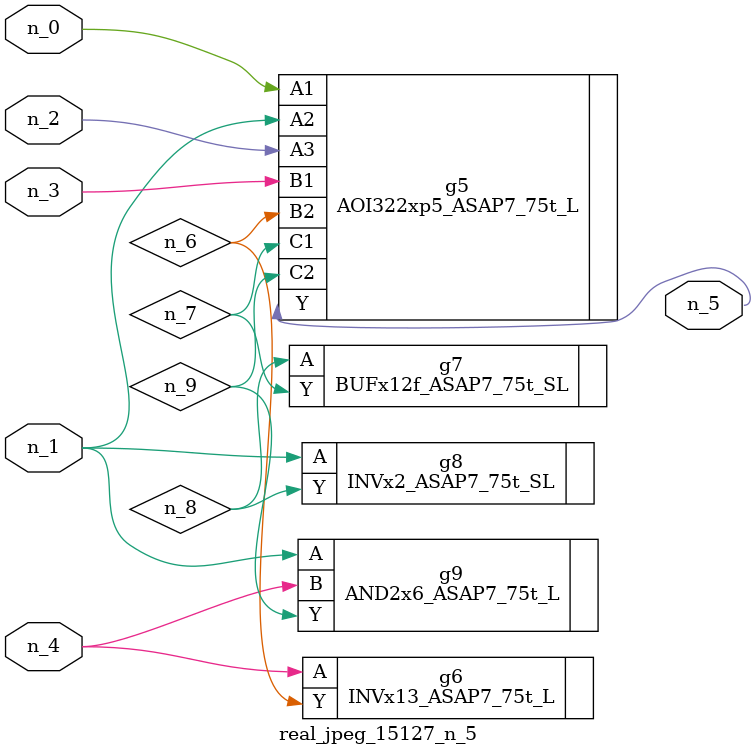
<source format=v>
module real_jpeg_15127_n_5 (n_4, n_0, n_1, n_2, n_3, n_5);

input n_4;
input n_0;
input n_1;
input n_2;
input n_3;

output n_5;

wire n_8;
wire n_6;
wire n_7;
wire n_9;

AOI322xp5_ASAP7_75t_L g5 ( 
.A1(n_0),
.A2(n_1),
.A3(n_2),
.B1(n_3),
.B2(n_6),
.C1(n_7),
.C2(n_9),
.Y(n_5)
);

INVx2_ASAP7_75t_SL g8 ( 
.A(n_1),
.Y(n_8)
);

AND2x6_ASAP7_75t_L g9 ( 
.A(n_1),
.B(n_4),
.Y(n_9)
);

INVx13_ASAP7_75t_L g6 ( 
.A(n_4),
.Y(n_6)
);

BUFx12f_ASAP7_75t_SL g7 ( 
.A(n_8),
.Y(n_7)
);


endmodule
</source>
